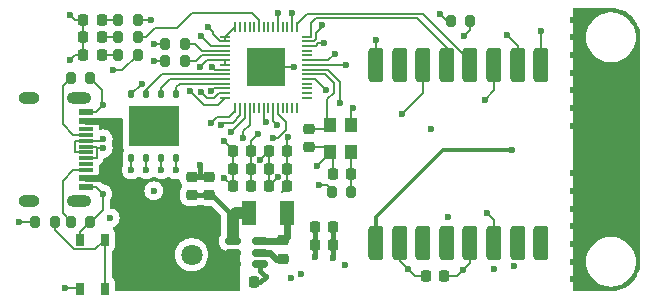
<source format=gtl>
G04 #@! TF.GenerationSoftware,KiCad,Pcbnew,8.0.5-dirty*
G04 #@! TF.CreationDate,2024-10-08T17:02:33+11:00*
G04 #@! TF.ProjectId,kestral,6b657374-7261-46c2-9e6b-696361645f70,rev?*
G04 #@! TF.SameCoordinates,Original*
G04 #@! TF.FileFunction,Copper,L1,Top*
G04 #@! TF.FilePolarity,Positive*
%FSLAX46Y46*%
G04 Gerber Fmt 4.6, Leading zero omitted, Abs format (unit mm)*
G04 Created by KiCad (PCBNEW 8.0.5-dirty) date 2024-10-08 17:02:33*
%MOMM*%
%LPD*%
G01*
G04 APERTURE LIST*
G04 Aperture macros list*
%AMRoundRect*
0 Rectangle with rounded corners*
0 $1 Rounding radius*
0 $2 $3 $4 $5 $6 $7 $8 $9 X,Y pos of 4 corners*
0 Add a 4 corners polygon primitive as box body*
4,1,4,$2,$3,$4,$5,$6,$7,$8,$9,$2,$3,0*
0 Add four circle primitives for the rounded corners*
1,1,$1+$1,$2,$3*
1,1,$1+$1,$4,$5*
1,1,$1+$1,$6,$7*
1,1,$1+$1,$8,$9*
0 Add four rect primitives between the rounded corners*
20,1,$1+$1,$2,$3,$4,$5,0*
20,1,$1+$1,$4,$5,$6,$7,0*
20,1,$1+$1,$6,$7,$8,$9,0*
20,1,$1+$1,$8,$9,$2,$3,0*%
G04 Aperture macros list end*
G04 #@! TA.AperFunction,SMDPad,CuDef*
%ADD10RoundRect,0.225000X0.225000X0.250000X-0.225000X0.250000X-0.225000X-0.250000X0.225000X-0.250000X0*%
G04 #@! TD*
G04 #@! TA.AperFunction,SMDPad,CuDef*
%ADD11RoundRect,0.125000X0.125000X-0.250000X0.125000X0.250000X-0.125000X0.250000X-0.125000X-0.250000X0*%
G04 #@! TD*
G04 #@! TA.AperFunction,HeatsinkPad*
%ADD12R,4.300000X3.400000*%
G04 #@! TD*
G04 #@! TA.AperFunction,SMDPad,CuDef*
%ADD13RoundRect,0.317500X-0.317500X1.157500X-0.317500X-1.157500X0.317500X-1.157500X0.317500X1.157500X0*%
G04 #@! TD*
G04 #@! TA.AperFunction,SMDPad,CuDef*
%ADD14RoundRect,0.225000X-0.250000X0.225000X-0.250000X-0.225000X0.250000X-0.225000X0.250000X0.225000X0*%
G04 #@! TD*
G04 #@! TA.AperFunction,SMDPad,CuDef*
%ADD15R,1.240000X0.600000*%
G04 #@! TD*
G04 #@! TA.AperFunction,SMDPad,CuDef*
%ADD16R,1.240000X0.300000*%
G04 #@! TD*
G04 #@! TA.AperFunction,ComponentPad*
%ADD17O,2.100000X1.000000*%
G04 #@! TD*
G04 #@! TA.AperFunction,ComponentPad*
%ADD18O,1.800000X1.000000*%
G04 #@! TD*
G04 #@! TA.AperFunction,SMDPad,CuDef*
%ADD19RoundRect,0.225000X0.250000X-0.225000X0.250000X0.225000X-0.250000X0.225000X-0.250000X-0.225000X0*%
G04 #@! TD*
G04 #@! TA.AperFunction,SMDPad,CuDef*
%ADD20RoundRect,0.050000X0.050000X-0.387500X0.050000X0.387500X-0.050000X0.387500X-0.050000X-0.387500X0*%
G04 #@! TD*
G04 #@! TA.AperFunction,SMDPad,CuDef*
%ADD21RoundRect,0.050000X0.387500X-0.050000X0.387500X0.050000X-0.387500X0.050000X-0.387500X-0.050000X0*%
G04 #@! TD*
G04 #@! TA.AperFunction,HeatsinkPad*
%ADD22R,3.200000X3.200000*%
G04 #@! TD*
G04 #@! TA.AperFunction,SMDPad,CuDef*
%ADD23RoundRect,0.200000X0.200000X0.275000X-0.200000X0.275000X-0.200000X-0.275000X0.200000X-0.275000X0*%
G04 #@! TD*
G04 #@! TA.AperFunction,SMDPad,CuDef*
%ADD24RoundRect,0.225000X-0.225000X-0.250000X0.225000X-0.250000X0.225000X0.250000X-0.225000X0.250000X0*%
G04 #@! TD*
G04 #@! TA.AperFunction,SMDPad,CuDef*
%ADD25RoundRect,0.218750X-0.218750X-0.256250X0.218750X-0.256250X0.218750X0.256250X-0.218750X0.256250X0*%
G04 #@! TD*
G04 #@! TA.AperFunction,ComponentPad*
%ADD26C,1.803400*%
G04 #@! TD*
G04 #@! TA.AperFunction,SMDPad,CuDef*
%ADD27RoundRect,0.150000X-0.512500X-0.150000X0.512500X-0.150000X0.512500X0.150000X-0.512500X0.150000X0*%
G04 #@! TD*
G04 #@! TA.AperFunction,SMDPad,CuDef*
%ADD28R,1.100000X1.300000*%
G04 #@! TD*
G04 #@! TA.AperFunction,SMDPad,CuDef*
%ADD29RoundRect,0.200000X-0.200000X-0.275000X0.200000X-0.275000X0.200000X0.275000X-0.200000X0.275000X0*%
G04 #@! TD*
G04 #@! TA.AperFunction,SMDPad,CuDef*
%ADD30R,0.650000X1.050000*%
G04 #@! TD*
G04 #@! TA.AperFunction,SMDPad,CuDef*
%ADD31R,1.200000X2.000000*%
G04 #@! TD*
G04 #@! TA.AperFunction,SMDPad,CuDef*
%ADD32R,5.080000X1.500000*%
G04 #@! TD*
G04 #@! TA.AperFunction,ViaPad*
%ADD33C,0.600000*%
G04 #@! TD*
G04 #@! TA.AperFunction,Conductor*
%ADD34C,0.600000*%
G04 #@! TD*
G04 #@! TA.AperFunction,Conductor*
%ADD35C,0.200000*%
G04 #@! TD*
G04 #@! TA.AperFunction,Conductor*
%ADD36C,0.400000*%
G04 #@! TD*
G04 #@! TA.AperFunction,Conductor*
%ADD37C,0.356000*%
G04 #@! TD*
G04 #@! TA.AperFunction,Conductor*
%ADD38C,1.000000*%
G04 #@! TD*
G04 APERTURE END LIST*
D10*
X130005000Y-114550000D03*
X128455000Y-114550000D03*
D11*
X111400000Y-113220000D03*
X112670000Y-113220000D03*
X113940000Y-113220000D03*
X115210000Y-113220000D03*
X115210000Y-107820000D03*
X113940000Y-107820000D03*
X112670000Y-107820000D03*
X111400000Y-107820000D03*
D12*
X113305000Y-110520000D03*
D10*
X124600000Y-114115000D03*
X123050000Y-114115000D03*
D13*
X146100000Y-105375000D03*
X144100000Y-105375000D03*
X142100000Y-105375000D03*
X140100000Y-105375000D03*
X138100000Y-105375000D03*
X136100000Y-105375000D03*
X134100000Y-105375000D03*
X132100000Y-105375000D03*
X132100000Y-120425000D03*
X134100000Y-120425000D03*
X136100000Y-120425000D03*
X138100000Y-120425000D03*
X140100000Y-120425000D03*
X142100000Y-120425000D03*
X144100000Y-120425000D03*
X146100000Y-120425000D03*
D14*
X116500000Y-114800000D03*
X116500000Y-116350000D03*
D15*
X107525000Y-109300000D03*
X107525000Y-110100000D03*
D16*
X107525000Y-111250000D03*
X107525000Y-112250000D03*
X107525000Y-112750000D03*
X107525000Y-113750000D03*
D15*
X107525000Y-114900000D03*
X107525000Y-115700000D03*
X107525000Y-115700000D03*
X107525000Y-114900000D03*
D16*
X107525000Y-114250000D03*
X107525000Y-113250000D03*
X107525000Y-111750000D03*
X107525000Y-110750000D03*
D15*
X107525000Y-110100000D03*
X107525000Y-109300000D03*
D17*
X106925000Y-108180000D03*
D18*
X102725000Y-108180000D03*
D17*
X106925000Y-116820000D03*
D18*
X102725000Y-116820000D03*
D19*
X124262500Y-121750000D03*
X124262500Y-120200000D03*
D20*
X120200000Y-108970000D03*
X120600000Y-108970000D03*
X121000000Y-108970000D03*
X121400000Y-108970000D03*
X121800000Y-108970000D03*
X122200000Y-108970000D03*
X122600000Y-108970000D03*
X123000000Y-108970000D03*
X123400000Y-108970000D03*
X123800000Y-108970000D03*
X124200000Y-108970000D03*
X124600000Y-108970000D03*
X125000000Y-108970000D03*
X125400000Y-108970000D03*
D21*
X126237500Y-108132500D03*
X126237500Y-107732500D03*
X126237500Y-107332500D03*
X126237500Y-106932500D03*
X126237500Y-106532500D03*
X126237500Y-106132500D03*
X126237500Y-105732500D03*
X126237500Y-105332500D03*
X126237500Y-104932500D03*
X126237500Y-104532500D03*
X126237500Y-104132500D03*
X126237500Y-103732500D03*
X126237500Y-103332500D03*
X126237500Y-102932500D03*
D20*
X125400000Y-102095000D03*
X125000000Y-102095000D03*
X124600000Y-102095000D03*
X124200000Y-102095000D03*
X123800000Y-102095000D03*
X123400000Y-102095000D03*
X123000000Y-102095000D03*
X122600000Y-102095000D03*
X122200000Y-102095000D03*
X121800000Y-102095000D03*
X121400000Y-102095000D03*
X121000000Y-102095000D03*
X120600000Y-102095000D03*
X120200000Y-102095000D03*
D21*
X119362500Y-102932500D03*
X119362500Y-103332500D03*
X119362500Y-103732500D03*
X119362500Y-104132500D03*
X119362500Y-104532500D03*
X119362500Y-104932500D03*
X119362500Y-105332500D03*
X119362500Y-105732500D03*
X119362500Y-106132500D03*
X119362500Y-106532500D03*
X119362500Y-106932500D03*
X119362500Y-107332500D03*
X119362500Y-107732500D03*
X119362500Y-108132500D03*
D22*
X122800000Y-105532500D03*
D23*
X111925000Y-101500000D03*
X110275000Y-101500000D03*
D24*
X126925000Y-120600000D03*
X128475000Y-120600000D03*
D10*
X121550000Y-112630000D03*
X120000000Y-112630000D03*
D25*
X107325000Y-101500000D03*
X108900000Y-101500000D03*
D26*
X112689999Y-121400000D03*
X116500000Y-121400000D03*
D27*
X119987500Y-120275000D03*
X119987500Y-121225000D03*
X119987500Y-122175000D03*
X122262500Y-122175000D03*
X122262500Y-121225000D03*
X122262500Y-120275000D03*
D14*
X118010000Y-114800000D03*
X118010000Y-116350000D03*
D10*
X124600000Y-115615000D03*
X123050000Y-115615000D03*
X137875000Y-123200000D03*
X136325000Y-123200000D03*
D28*
X128200000Y-110400000D03*
X128200000Y-112700000D03*
X130000000Y-112700000D03*
X130000000Y-110400000D03*
D29*
X106275000Y-118600000D03*
X107925000Y-118600000D03*
D10*
X124600000Y-112615000D03*
X123050000Y-112615000D03*
D23*
X111925000Y-104500000D03*
X110275000Y-104500000D03*
D29*
X128350000Y-116100000D03*
X130000000Y-116100000D03*
D24*
X120187500Y-123725000D03*
X121737500Y-123725000D03*
D29*
X114275000Y-103532500D03*
X115925000Y-103532500D03*
D30*
X107025000Y-124275000D03*
X107025000Y-120125000D03*
X109175000Y-124275000D03*
X109175000Y-120125000D03*
D29*
X138450000Y-101600000D03*
X140100000Y-101600000D03*
X106275000Y-106420000D03*
X107925000Y-106420000D03*
D14*
X126455000Y-110750000D03*
X126455000Y-112300000D03*
D31*
X124562500Y-117875000D03*
X121362500Y-117875000D03*
D10*
X121550000Y-115630000D03*
X120000000Y-115630000D03*
D29*
X114275000Y-105032500D03*
X115925000Y-105032500D03*
D23*
X111925000Y-103000000D03*
X110275000Y-103000000D03*
D24*
X126925000Y-119100000D03*
X128475000Y-119100000D03*
D25*
X107325000Y-104500000D03*
X108900000Y-104500000D03*
D10*
X121550000Y-114120000D03*
X120000000Y-114120000D03*
D25*
X107325000Y-103000000D03*
X108900000Y-103000000D03*
D29*
X103250000Y-118600000D03*
X104900000Y-118600000D03*
D32*
X151937500Y-108250000D03*
X151937500Y-116750000D03*
D33*
X128475000Y-121700000D03*
X119200000Y-111820000D03*
X119200000Y-114900000D03*
X148750000Y-110500000D03*
X115205000Y-114232500D03*
X148750000Y-109000000D03*
X148750000Y-117500000D03*
X130200000Y-109000000D03*
X146100000Y-102500000D03*
X148750000Y-107500000D03*
X108975000Y-116250000D03*
X138200000Y-118200000D03*
X148750000Y-120500000D03*
X134850000Y-122650000D03*
X106200000Y-101100000D03*
X105800000Y-124200000D03*
X148750000Y-123500000D03*
X148750000Y-116000000D03*
X122762500Y-123275000D03*
X148750000Y-106000000D03*
X148750000Y-104500000D03*
X127912500Y-107482500D03*
X106200000Y-104900000D03*
X117210000Y-113800000D03*
X148750000Y-122000000D03*
X108975000Y-108750000D03*
X123795634Y-114802885D03*
X132100000Y-103200000D03*
X127100000Y-113900000D03*
X122318488Y-113384315D03*
X148750000Y-119000000D03*
X148750000Y-114500000D03*
X125150000Y-105532500D03*
X148750000Y-101500000D03*
X148750000Y-103000000D03*
X143600000Y-112500000D03*
X109000000Y-112400000D03*
X113355000Y-105032500D03*
X109000000Y-111599997D03*
X113355000Y-103532500D03*
X141500000Y-117900000D03*
X122800000Y-110200000D03*
X123700000Y-110400000D03*
X134300000Y-109500000D03*
X143200000Y-102800000D03*
X127500000Y-102000000D03*
X119987500Y-118125000D03*
X112265000Y-106932500D03*
X119987500Y-119525000D03*
X109800000Y-105800000D03*
X137500000Y-101000000D03*
X119987500Y-118825000D03*
X129562500Y-105332500D03*
X117900000Y-102132500D03*
X127700000Y-103500000D03*
X126925000Y-121575000D03*
X123400000Y-111500000D03*
X123800000Y-100982500D03*
X139487500Y-122687500D03*
X117223131Y-105532500D03*
X122100000Y-111200000D03*
X118124265Y-110224265D03*
X141300000Y-108300000D03*
X125000000Y-100982500D03*
X117300000Y-102900000D03*
X124700000Y-111420000D03*
X128600000Y-104400000D03*
X118251472Y-105532500D03*
X129100000Y-108600000D03*
X127300000Y-115500000D03*
X119800000Y-111000000D03*
X142100000Y-122600000D03*
X125800000Y-123000000D03*
X139600000Y-102900000D03*
X136750000Y-110750000D03*
X120883750Y-111516250D03*
X143800000Y-122400000D03*
X124900000Y-123400000D03*
X119000000Y-110400000D03*
X112670000Y-114220000D03*
X117278765Y-107628735D03*
X118180113Y-107532500D03*
X113940000Y-114220000D03*
X111375000Y-114230000D03*
X116382528Y-107532500D03*
X109600000Y-118300000D03*
X101900000Y-118600000D03*
X129500000Y-122300000D03*
X113300000Y-116000000D03*
X113100000Y-101500000D03*
D34*
X107525000Y-114900000D02*
X109100000Y-114900000D01*
X107525000Y-110100000D02*
X108800000Y-110100000D01*
D35*
X107950000Y-118620000D02*
X108975000Y-117595000D01*
X108925000Y-107420000D02*
X108925000Y-108700000D01*
X108975000Y-117595000D02*
X108975000Y-116250000D01*
X108425000Y-115700000D02*
X107525000Y-115700000D01*
X119300000Y-111875000D02*
X120000000Y-112575000D01*
X128200000Y-112700000D02*
X128200000Y-112800000D01*
X108925000Y-108700000D02*
X108975000Y-108750000D01*
X126962500Y-106532500D02*
X126237500Y-106532500D01*
X122800000Y-105532500D02*
X125150000Y-105532500D01*
D36*
X122262500Y-122175000D02*
X122262500Y-122775000D01*
X128475000Y-121700000D02*
X128475000Y-120600000D01*
D35*
X127905000Y-112300000D02*
X126455000Y-112300000D01*
D36*
X122262500Y-122775000D02*
X122762500Y-123275000D01*
D35*
X130000000Y-109200000D02*
X130200000Y-109000000D01*
X134100000Y-121900000D02*
X134850000Y-122650000D01*
X128200000Y-112800000D02*
X127100000Y-113900000D01*
X135400000Y-123200000D02*
X136325000Y-123200000D01*
D36*
X117210000Y-114800000D02*
X117210000Y-113800000D01*
D35*
X123050000Y-115548519D02*
X123050000Y-115615000D01*
X119270000Y-114900000D02*
X119200000Y-114900000D01*
D36*
X122762500Y-123275000D02*
X122312500Y-123725000D01*
D35*
X106600000Y-101500000D02*
X107325000Y-101500000D01*
D36*
X117210000Y-114800000D02*
X116500000Y-114800000D01*
D35*
X107325000Y-103000000D02*
X107325000Y-104500000D01*
X107325000Y-101500000D02*
X107325000Y-103000000D01*
X107525000Y-109300000D02*
X108425000Y-109300000D01*
X134850000Y-122650000D02*
X135400000Y-123200000D01*
X106200000Y-104900000D02*
X106600000Y-104500000D01*
X107025000Y-119500000D02*
X107925000Y-118600000D01*
X107025000Y-120125000D02*
X107025000Y-119500000D01*
X123050000Y-112615000D02*
X123050000Y-114115000D01*
X127912500Y-107482500D02*
X126962500Y-106532500D01*
X108975000Y-116250000D02*
X108425000Y-115700000D01*
X128455000Y-114550000D02*
X128455000Y-112850000D01*
X120000000Y-112575000D02*
X120000000Y-112630000D01*
X105800000Y-124200000D02*
X106950000Y-124200000D01*
X130000000Y-110400000D02*
X130000000Y-109200000D01*
X146100000Y-105375000D02*
X146100000Y-102500000D01*
X122318488Y-113384315D02*
X123050000Y-112652803D01*
D36*
X118010000Y-114800000D02*
X117210000Y-114800000D01*
D35*
X123795634Y-114802885D02*
X123050000Y-115548519D01*
X123050000Y-112652803D02*
X123050000Y-112615000D01*
X107925000Y-106420000D02*
X108925000Y-107420000D01*
X108425000Y-109300000D02*
X108975000Y-108750000D01*
X106200000Y-101100000D02*
X106600000Y-101500000D01*
D36*
X128475000Y-119100000D02*
X128475000Y-120600000D01*
D35*
X120000000Y-115630000D02*
X120000000Y-114120000D01*
X123050000Y-112615000D02*
X123050000Y-115615000D01*
X120000000Y-112630000D02*
X120000000Y-114120000D01*
X134100000Y-120425000D02*
X134100000Y-121900000D01*
X132100000Y-103200000D02*
X132100000Y-105375000D01*
X120000000Y-115630000D02*
X119270000Y-114900000D01*
D36*
X122312500Y-123725000D02*
X121737500Y-123725000D01*
D35*
X115205000Y-114232500D02*
X115205000Y-113495000D01*
X106950000Y-124200000D02*
X107025000Y-124275000D01*
X128455000Y-112850000D02*
X128305000Y-112700000D01*
X106600000Y-104500000D02*
X107325000Y-104500000D01*
X128305000Y-112700000D02*
X127905000Y-112300000D01*
D37*
X137800000Y-112500000D02*
X132100000Y-118200000D01*
X132100000Y-118200000D02*
X132100000Y-120425000D01*
X143600000Y-112500000D02*
X137800000Y-112500000D01*
D35*
X106455000Y-111250000D02*
X107525000Y-111250000D01*
X105575000Y-107120000D02*
X105575000Y-110370000D01*
X105575000Y-110370000D02*
X106455000Y-111250000D01*
X106275000Y-106420000D02*
X105575000Y-107120000D01*
X108445000Y-113000000D02*
X108445000Y-113200000D01*
X108445000Y-112720000D02*
X108445000Y-113000000D01*
X107525000Y-112250000D02*
X108395000Y-112250000D01*
X108445000Y-112300000D02*
X108445000Y-112720000D01*
X108545000Y-112400000D02*
X108422500Y-112277500D01*
X108422500Y-112277500D02*
X108445000Y-112300000D01*
X108395000Y-113250000D02*
X107525000Y-113250000D01*
X108395000Y-112250000D02*
X108422500Y-112277500D01*
X109000000Y-112400000D02*
X108545000Y-112400000D01*
X108445000Y-113200000D02*
X108395000Y-113250000D01*
X113355000Y-105032500D02*
X114275000Y-105032500D01*
X106605000Y-112700000D02*
X106655000Y-112750000D01*
X107525000Y-111750000D02*
X106655000Y-111750000D01*
X106655000Y-111750000D02*
X106605000Y-111800000D01*
X113355000Y-103532500D02*
X114275000Y-103532500D01*
X106605000Y-111800000D02*
X106605000Y-112700000D01*
X106655000Y-112750000D02*
X107525000Y-112750000D01*
X109000000Y-111599997D02*
X108849997Y-111750000D01*
X108849997Y-111750000D02*
X107525000Y-111750000D01*
X106300000Y-118620000D02*
X105575000Y-117895000D01*
X105575000Y-115170000D02*
X106495000Y-114250000D01*
X105575000Y-117895000D02*
X105575000Y-115170000D01*
X106495000Y-114250000D02*
X107525000Y-114250000D01*
X122600000Y-110000000D02*
X122800000Y-110200000D01*
X122600000Y-108970000D02*
X122600000Y-110000000D01*
X142100000Y-118500000D02*
X142100000Y-120425000D01*
X141500000Y-117900000D02*
X142100000Y-118500000D01*
X140100000Y-105026722D02*
X136073278Y-101000000D01*
X126282500Y-101000000D02*
X125400000Y-101882500D01*
X140100000Y-105375000D02*
X140100000Y-105026722D01*
X136073278Y-101000000D02*
X126282500Y-101000000D01*
X125400000Y-101882500D02*
X125400000Y-101932500D01*
X123400000Y-108970000D02*
X123400000Y-110100000D01*
X134300000Y-109500000D02*
X136100000Y-107700000D01*
X136100000Y-107700000D02*
X136100000Y-105375000D01*
X123400000Y-110100000D02*
X123700000Y-110400000D01*
X138100000Y-103900000D02*
X138100000Y-105375000D01*
X126600000Y-102832500D02*
X126600000Y-101800000D01*
X126500000Y-102932500D02*
X126600000Y-102832500D01*
X135600000Y-101400000D02*
X138100000Y-103900000D01*
X126600000Y-101800000D02*
X127000000Y-101400000D01*
X127000000Y-101400000D02*
X135600000Y-101400000D01*
X126300000Y-102932500D02*
X126500000Y-102932500D01*
X144100000Y-103700000D02*
X144100000Y-105375000D01*
X127000000Y-103166360D02*
X127000000Y-102632500D01*
X127000000Y-102632500D02*
X127500000Y-102132500D01*
X126300000Y-103332500D02*
X126833860Y-103332500D01*
X143200000Y-102800000D02*
X144100000Y-103700000D01*
X126833860Y-103332500D02*
X127000000Y-103166360D01*
X123400000Y-111500000D02*
X123771471Y-111500000D01*
X138100000Y-101600000D02*
X137500000Y-101000000D01*
X119362500Y-103332500D02*
X118900000Y-103332500D01*
X118124265Y-110224265D02*
X118616030Y-109732500D01*
D36*
X116500000Y-116350000D02*
X118010000Y-116350000D01*
D35*
X124451471Y-110155331D02*
X123800000Y-109503860D01*
X117223131Y-105532500D02*
X117823131Y-104932500D01*
D38*
X119987500Y-118825000D02*
X119987500Y-118125000D01*
D35*
X110625000Y-105800000D02*
X109800000Y-105800000D01*
X118287500Y-102520000D02*
X117900000Y-102132500D01*
X119700000Y-109732500D02*
X120200000Y-109232500D01*
X117823131Y-104932500D02*
X119362500Y-104932500D01*
X121550000Y-114120000D02*
X121550000Y-115630000D01*
X138450000Y-101600000D02*
X138100000Y-101600000D01*
X126999546Y-103732500D02*
X126300000Y-103732500D01*
X121550000Y-112630000D02*
X121550000Y-112625000D01*
D38*
X120237500Y-117875000D02*
X119987500Y-118125000D01*
D36*
X118212500Y-116350000D02*
X119987500Y-118125000D01*
D35*
X127700000Y-103500000D02*
X127232046Y-103500000D01*
X140100000Y-122075000D02*
X140100000Y-120425000D01*
X122100000Y-111200000D02*
X121550000Y-111750000D01*
X123800000Y-109503860D02*
X123800000Y-108970000D01*
X123800000Y-100982500D02*
X123800000Y-102095000D01*
X112265000Y-106955000D02*
X112265000Y-106932500D01*
D36*
X119987500Y-118125000D02*
X119987500Y-118450000D01*
D35*
X127232046Y-103500000D02*
X126999546Y-103732500D01*
X124451471Y-110820000D02*
X124451471Y-110155331D01*
D36*
X126925000Y-119100000D02*
X126925000Y-120600000D01*
X118010000Y-116350000D02*
X118212500Y-116350000D01*
D35*
X119362500Y-103332500D02*
X119362500Y-102932500D01*
X121550000Y-112630000D02*
X121550000Y-114120000D01*
X126300000Y-105332500D02*
X129562500Y-105332500D01*
X118287500Y-102720000D02*
X118287500Y-102520000D01*
D38*
X119987500Y-119825000D02*
X119987500Y-119525000D01*
D35*
X111400000Y-107820000D02*
X112265000Y-106955000D01*
D38*
X121362500Y-117875000D02*
X120237500Y-117875000D01*
D35*
X120200000Y-109232500D02*
X120200000Y-109132500D01*
X121550000Y-111750000D02*
X121550000Y-112630000D01*
X119362500Y-105332500D02*
X119362500Y-104932500D01*
X138975000Y-123200000D02*
X140100000Y-122075000D01*
X118616030Y-109732500D02*
X119700000Y-109732500D01*
X123771471Y-111500000D02*
X124451471Y-110820000D01*
D38*
X119987500Y-119525000D02*
X119987500Y-118825000D01*
D35*
X118900000Y-103332500D02*
X118287500Y-102720000D01*
D36*
X126925000Y-121575000D02*
X126925000Y-120600000D01*
D35*
X137875000Y-123200000D02*
X138975000Y-123200000D01*
X119362500Y-102932500D02*
X120200000Y-102095000D01*
X111925000Y-104500000D02*
X110625000Y-105800000D01*
X142100000Y-105375000D02*
X142100000Y-107500000D01*
X125000000Y-100982500D02*
X125000000Y-102095000D01*
X142100000Y-107500000D02*
X141300000Y-108300000D01*
X115210000Y-107210000D02*
X115487500Y-106932500D01*
X115210000Y-107820000D02*
X115210000Y-107210000D01*
X115487500Y-106932500D02*
X119300000Y-106932500D01*
X117400000Y-104132500D02*
X119362500Y-104132500D01*
X116800000Y-103532500D02*
X117400000Y-104132500D01*
X115925000Y-103532500D02*
X116800000Y-103532500D01*
X124600000Y-112615000D02*
X124600000Y-111520000D01*
X124600000Y-115615000D02*
X124600000Y-114115000D01*
X118251472Y-105532500D02*
X118451472Y-105732500D01*
X128600000Y-104400000D02*
X128067500Y-104932500D01*
X118451472Y-105732500D02*
X119300000Y-105732500D01*
X118132500Y-103732500D02*
X119362500Y-103732500D01*
X124600000Y-114115000D02*
X124600000Y-112615000D01*
X128067500Y-104932500D02*
X126300000Y-104932500D01*
X124600000Y-115615000D02*
X124150000Y-116065000D01*
X124600000Y-111520000D02*
X124700000Y-111420000D01*
X117300000Y-102900000D02*
X118132500Y-103732500D01*
X129100000Y-108600000D02*
X129100000Y-106800000D01*
X128032500Y-105732500D02*
X126237500Y-105732500D01*
X127971304Y-115500000D02*
X127300000Y-115500000D01*
X128350000Y-116100000D02*
X128350000Y-115878696D01*
X127300000Y-115500000D02*
X127200000Y-115500000D01*
X129100000Y-106800000D02*
X128032500Y-105732500D01*
X128350000Y-115878696D02*
X127971304Y-115500000D01*
X113940000Y-107280000D02*
X114687500Y-106532500D01*
X113940000Y-107820000D02*
X113940000Y-107280000D01*
X114687500Y-106532500D02*
X119300000Y-106532500D01*
X121000000Y-109800000D02*
X121000000Y-108970000D01*
X119800000Y-111000000D02*
X121000000Y-109800000D01*
X120883750Y-111516250D02*
X120883750Y-110917205D01*
X140100000Y-101600000D02*
X140100000Y-102400000D01*
X120883750Y-110917205D02*
X121400000Y-110400955D01*
X121400000Y-110400955D02*
X121400000Y-108970000D01*
X140100000Y-102400000D02*
X139600000Y-102900000D01*
X119967500Y-110232500D02*
X120600000Y-109600000D01*
X120600000Y-109600000D02*
X120600000Y-109432500D01*
X119167500Y-110232500D02*
X119967500Y-110232500D01*
X119000000Y-110400000D02*
X119167500Y-110232500D01*
X112600000Y-103000000D02*
X113400000Y-102200000D01*
X115300000Y-102200000D02*
X116517500Y-100982500D01*
X116517500Y-100982500D02*
X121600000Y-100982500D01*
X113400000Y-102200000D02*
X115300000Y-102200000D01*
X122200000Y-101561140D02*
X121621360Y-100982500D01*
X121621360Y-100982500D02*
X121600000Y-100982500D01*
X122200000Y-102095000D02*
X122200000Y-101561140D01*
X111925000Y-103000000D02*
X112600000Y-103000000D01*
X116891470Y-105032500D02*
X117391470Y-104532500D01*
X116225000Y-105032500D02*
X116891470Y-105032500D01*
X117391470Y-104532500D02*
X119362500Y-104532500D01*
X117782530Y-108132500D02*
X118428640Y-108132500D01*
X118828640Y-107732500D02*
X119243750Y-107732500D01*
X117278765Y-107628735D02*
X117782530Y-108132500D01*
X118428640Y-108132500D02*
X118828640Y-107732500D01*
X112670000Y-114220000D02*
X112670000Y-113220000D01*
X128000000Y-110705000D02*
X128000000Y-108243529D01*
X127812500Y-106132500D02*
X126237500Y-106132500D01*
X127955000Y-110750000D02*
X128000000Y-110705000D01*
X128512500Y-107731029D02*
X128512500Y-106832500D01*
X128512500Y-106832500D02*
X127812500Y-106132500D01*
X126455000Y-110750000D02*
X127955000Y-110750000D01*
X128000000Y-108243529D02*
X128512500Y-107731029D01*
X113940000Y-114220000D02*
X113940000Y-113220000D01*
X118180113Y-107532500D02*
X118380113Y-107332500D01*
X118380113Y-107332500D02*
X119300000Y-107332500D01*
X117534002Y-108732500D02*
X118700000Y-108732500D01*
X118700000Y-108732500D02*
X119300000Y-108132500D01*
X116382528Y-107581026D02*
X117534002Y-108732500D01*
X101900000Y-118600000D02*
X103250000Y-118600000D01*
X116382528Y-107532500D02*
X116382528Y-107581026D01*
X111375000Y-114230000D02*
X111375000Y-113235000D01*
X113987500Y-106132500D02*
X119300000Y-106132500D01*
X112670000Y-107450000D02*
X113987500Y-106132500D01*
X112670000Y-107820000D02*
X112670000Y-107450000D01*
D34*
X122262500Y-121225000D02*
X123112500Y-121225000D01*
X123112500Y-121225000D02*
X123637500Y-121750000D01*
X123637500Y-121750000D02*
X124262500Y-121750000D01*
X122262500Y-120275000D02*
X124187500Y-120275000D01*
X124562500Y-119900000D02*
X124562500Y-118475000D01*
D36*
X124187500Y-120275000D02*
X124262500Y-120200000D01*
D34*
X124262500Y-120200000D02*
X124562500Y-119900000D01*
D35*
X110275000Y-104500000D02*
X108900000Y-104500000D01*
X110275000Y-103000000D02*
X108900000Y-103000000D01*
X110275000Y-101500000D02*
X108900000Y-101500000D01*
X113100000Y-101500000D02*
X111925000Y-101500000D01*
X109175000Y-124275000D02*
X109175000Y-120125000D01*
X108350000Y-120950000D02*
X106550000Y-120950000D01*
X109175000Y-120125000D02*
X108350000Y-120950000D01*
X106550000Y-120950000D02*
X104900000Y-119300000D01*
X104900000Y-119300000D02*
X104900000Y-118600000D01*
X130000000Y-114545000D02*
X130005000Y-114550000D01*
X130000000Y-112700000D02*
X130000000Y-114545000D01*
X130000000Y-116100000D02*
X130000000Y-114555000D01*
X130000000Y-114555000D02*
X130005000Y-114550000D01*
G04 #@! TA.AperFunction,Conductor*
G36*
X110597539Y-109819685D02*
G01*
X110643294Y-109872489D01*
X110654500Y-109924000D01*
X110654500Y-112267870D01*
X110654501Y-112267876D01*
X110660908Y-112327483D01*
X110711202Y-112462328D01*
X110711203Y-112462329D01*
X110711204Y-112462331D01*
X110738348Y-112498591D01*
X110738349Y-112498592D01*
X110762766Y-112564056D01*
X110747915Y-112632329D01*
X110745814Y-112636023D01*
X110696384Y-112719605D01*
X110696380Y-112719614D01*
X110652292Y-112871366D01*
X110652290Y-112871379D01*
X110649500Y-112906829D01*
X110649500Y-113533150D01*
X110649501Y-113533175D01*
X110652290Y-113568624D01*
X110697745Y-113725082D01*
X110697545Y-113794951D01*
X110683663Y-113825646D01*
X110649209Y-113880480D01*
X110589633Y-114050737D01*
X110589630Y-114050750D01*
X110569435Y-114229996D01*
X110569435Y-114230003D01*
X110589630Y-114409249D01*
X110589631Y-114409254D01*
X110649211Y-114579523D01*
X110688679Y-114642335D01*
X110745184Y-114732262D01*
X110872738Y-114859816D01*
X110943037Y-114903988D01*
X111009561Y-114945788D01*
X111025478Y-114955789D01*
X111195745Y-115015368D01*
X111195750Y-115015369D01*
X111374996Y-115035565D01*
X111375000Y-115035565D01*
X111375004Y-115035565D01*
X111554249Y-115015369D01*
X111554252Y-115015368D01*
X111554255Y-115015368D01*
X111724522Y-114955789D01*
X111877262Y-114859816D01*
X111939819Y-114797259D01*
X112001142Y-114763774D01*
X112070834Y-114768758D01*
X112115181Y-114797259D01*
X112167738Y-114849816D01*
X112320478Y-114945789D01*
X112473309Y-114999267D01*
X112490745Y-115005368D01*
X112490750Y-115005369D01*
X112669996Y-115025565D01*
X112670000Y-115025565D01*
X112670004Y-115025565D01*
X112849249Y-115005369D01*
X112849252Y-115005368D01*
X112849255Y-115005368D01*
X113019522Y-114945789D01*
X113172262Y-114849816D01*
X113217319Y-114804759D01*
X113278642Y-114771274D01*
X113348334Y-114776258D01*
X113392681Y-114804759D01*
X113437738Y-114849816D01*
X113590478Y-114945789D01*
X113743309Y-114999267D01*
X113760745Y-115005368D01*
X113760750Y-115005369D01*
X113939996Y-115025565D01*
X113940000Y-115025565D01*
X113940004Y-115025565D01*
X114119249Y-115005369D01*
X114119252Y-115005368D01*
X114119255Y-115005368D01*
X114289522Y-114945789D01*
X114442262Y-114849816D01*
X114478568Y-114813509D01*
X114539889Y-114780024D01*
X114609581Y-114785008D01*
X114653929Y-114813508D01*
X114684218Y-114843796D01*
X114702738Y-114862316D01*
X114753308Y-114894091D01*
X114852159Y-114956204D01*
X114855478Y-114958289D01*
X114990022Y-115005368D01*
X115025745Y-115017868D01*
X115025750Y-115017869D01*
X115204996Y-115038065D01*
X115205000Y-115038065D01*
X115205004Y-115038065D01*
X115391176Y-115017089D01*
X115391484Y-115019826D01*
X115448732Y-115023299D01*
X115505115Y-115064563D01*
X115530016Y-115127340D01*
X115534651Y-115172708D01*
X115534651Y-115172710D01*
X115587996Y-115333694D01*
X115588001Y-115333705D01*
X115677029Y-115478040D01*
X115677032Y-115478044D01*
X115686307Y-115487319D01*
X115719792Y-115548642D01*
X115714808Y-115618334D01*
X115686307Y-115662681D01*
X115677032Y-115671955D01*
X115677029Y-115671959D01*
X115588001Y-115816294D01*
X115587996Y-115816305D01*
X115534651Y-115977290D01*
X115524500Y-116076647D01*
X115524500Y-116623337D01*
X115524501Y-116623355D01*
X115534650Y-116722707D01*
X115534651Y-116722710D01*
X115587996Y-116883694D01*
X115588001Y-116883705D01*
X115677029Y-117028040D01*
X115677032Y-117028044D01*
X115796955Y-117147967D01*
X115796959Y-117147970D01*
X115941294Y-117236998D01*
X115941297Y-117236999D01*
X115941303Y-117237003D01*
X116102292Y-117290349D01*
X116201655Y-117300500D01*
X116798344Y-117300499D01*
X116798352Y-117300498D01*
X116798355Y-117300498D01*
X116862877Y-117293907D01*
X116897708Y-117290349D01*
X117058697Y-117237003D01*
X117074752Y-117227099D01*
X117189903Y-117156074D01*
X117257295Y-117137633D01*
X117320097Y-117156074D01*
X117451294Y-117236998D01*
X117451297Y-117236999D01*
X117451303Y-117237003D01*
X117612292Y-117290349D01*
X117711655Y-117300500D01*
X118120980Y-117300499D01*
X118188019Y-117320183D01*
X118208661Y-117336818D01*
X118950681Y-118078838D01*
X118984166Y-118140161D01*
X118987000Y-118166519D01*
X118987000Y-119641899D01*
X118967315Y-119708938D01*
X118960982Y-119717895D01*
X118956922Y-119723129D01*
X118873255Y-119864603D01*
X118873254Y-119864606D01*
X118827402Y-120022426D01*
X118827401Y-120022432D01*
X118824500Y-120059298D01*
X118824500Y-120490701D01*
X118827401Y-120527567D01*
X118827402Y-120527573D01*
X118873254Y-120685393D01*
X118873255Y-120685396D01*
X118956917Y-120826862D01*
X118956923Y-120826870D01*
X119073129Y-120943076D01*
X119073133Y-120943079D01*
X119073135Y-120943081D01*
X119214602Y-121026744D01*
X119231888Y-121031766D01*
X119372426Y-121072597D01*
X119372429Y-121072597D01*
X119372431Y-121072598D01*
X119409306Y-121075500D01*
X119409314Y-121075500D01*
X120476000Y-121075500D01*
X120543039Y-121095185D01*
X120588794Y-121147989D01*
X120600000Y-121199500D01*
X120600000Y-124375500D01*
X120580315Y-124442539D01*
X120527511Y-124488294D01*
X120476000Y-124499500D01*
X110124500Y-124499500D01*
X110057461Y-124479815D01*
X110011706Y-124427011D01*
X110000500Y-124375500D01*
X110000499Y-123702129D01*
X110000498Y-123702123D01*
X110000497Y-123702116D01*
X109995299Y-123653757D01*
X109994091Y-123642516D01*
X109943797Y-123507671D01*
X109943793Y-123507664D01*
X109857548Y-123392457D01*
X109857546Y-123392454D01*
X109857544Y-123392452D01*
X109857542Y-123392450D01*
X109825188Y-123368230D01*
X109783318Y-123312296D01*
X109775500Y-123268964D01*
X109775500Y-121399994D01*
X115092994Y-121399994D01*
X115092994Y-121400005D01*
X115112183Y-121631582D01*
X115169229Y-121856854D01*
X115262575Y-122069662D01*
X115349058Y-122202033D01*
X115389675Y-122264201D01*
X115547061Y-122435168D01*
X115547064Y-122435170D01*
X115547067Y-122435173D01*
X115730432Y-122577892D01*
X115730438Y-122577896D01*
X115730441Y-122577898D01*
X115934812Y-122688499D01*
X116154600Y-122763952D01*
X116383810Y-122802200D01*
X116616190Y-122802200D01*
X116845400Y-122763952D01*
X117065188Y-122688499D01*
X117269559Y-122577898D01*
X117282229Y-122568037D01*
X117351334Y-122514250D01*
X117452939Y-122435168D01*
X117610325Y-122264201D01*
X117737425Y-122069661D01*
X117830771Y-121856854D01*
X117887816Y-121631586D01*
X117904357Y-121431968D01*
X117907006Y-121400005D01*
X117907006Y-121399994D01*
X117887816Y-121168417D01*
X117887816Y-121168414D01*
X117830771Y-120943146D01*
X117737425Y-120730339D01*
X117716220Y-120697883D01*
X117610326Y-120535801D01*
X117610325Y-120535799D01*
X117452939Y-120364832D01*
X117452934Y-120364828D01*
X117452932Y-120364826D01*
X117269567Y-120222107D01*
X117269561Y-120222103D01*
X117065188Y-120111501D01*
X117065180Y-120111498D01*
X116845402Y-120036048D01*
X116616190Y-119997800D01*
X116383810Y-119997800D01*
X116154597Y-120036048D01*
X115934819Y-120111498D01*
X115934811Y-120111501D01*
X115730438Y-120222103D01*
X115730432Y-120222107D01*
X115547067Y-120364826D01*
X115547064Y-120364829D01*
X115389676Y-120535797D01*
X115389673Y-120535801D01*
X115262575Y-120730337D01*
X115169229Y-120943145D01*
X115112183Y-121168417D01*
X115092994Y-121399994D01*
X109775500Y-121399994D01*
X109775500Y-121131034D01*
X109795185Y-121063995D01*
X109825185Y-121031770D01*
X109857546Y-121007546D01*
X109943796Y-120892331D01*
X109994091Y-120757483D01*
X110000500Y-120697873D01*
X110000499Y-119552128D01*
X109994091Y-119492517D01*
X109993576Y-119491137D01*
X109943797Y-119357671D01*
X109943793Y-119357664D01*
X109852232Y-119235355D01*
X109854181Y-119233895D01*
X109826943Y-119184013D01*
X109831927Y-119114321D01*
X109873799Y-119058388D01*
X109907157Y-119040613D01*
X109949519Y-119025790D01*
X109949518Y-119025790D01*
X109949522Y-119025789D01*
X110102262Y-118929816D01*
X110229816Y-118802262D01*
X110325789Y-118649522D01*
X110385368Y-118479255D01*
X110391960Y-118420750D01*
X110405565Y-118300003D01*
X110405565Y-118299996D01*
X110385369Y-118120750D01*
X110385368Y-118120745D01*
X110383413Y-118115157D01*
X110325789Y-117950478D01*
X110229816Y-117797738D01*
X110102262Y-117670184D01*
X110085434Y-117659610D01*
X109949523Y-117574211D01*
X109779254Y-117514631D01*
X109779249Y-117514630D01*
X109685617Y-117504081D01*
X109621203Y-117477015D01*
X109581647Y-117419420D01*
X109575500Y-117380861D01*
X109575500Y-116832412D01*
X109595185Y-116765373D01*
X109602555Y-116755097D01*
X109604810Y-116752267D01*
X109604816Y-116752262D01*
X109700789Y-116599522D01*
X109760368Y-116429255D01*
X109760369Y-116429249D01*
X109780565Y-116250003D01*
X109780565Y-116249996D01*
X109760369Y-116070750D01*
X109760368Y-116070745D01*
X109735612Y-115999996D01*
X112494435Y-115999996D01*
X112494435Y-116000003D01*
X112514630Y-116179249D01*
X112514631Y-116179254D01*
X112574211Y-116349523D01*
X112637634Y-116450459D01*
X112670184Y-116502262D01*
X112797738Y-116629816D01*
X112802279Y-116632669D01*
X112945577Y-116722710D01*
X112950478Y-116725789D01*
X113091292Y-116775062D01*
X113120745Y-116785368D01*
X113120750Y-116785369D01*
X113299996Y-116805565D01*
X113300000Y-116805565D01*
X113300004Y-116805565D01*
X113479249Y-116785369D01*
X113479252Y-116785368D01*
X113479255Y-116785368D01*
X113649522Y-116725789D01*
X113802262Y-116629816D01*
X113929816Y-116502262D01*
X114025789Y-116349522D01*
X114085368Y-116179255D01*
X114096929Y-116076647D01*
X114105565Y-116000003D01*
X114105565Y-115999996D01*
X114085369Y-115820750D01*
X114085368Y-115820745D01*
X114039131Y-115688607D01*
X114025789Y-115650478D01*
X113929816Y-115497738D01*
X113802262Y-115370184D01*
X113649523Y-115274211D01*
X113479254Y-115214631D01*
X113479249Y-115214630D01*
X113300004Y-115194435D01*
X113299996Y-115194435D01*
X113120750Y-115214630D01*
X113120745Y-115214631D01*
X112950476Y-115274211D01*
X112797737Y-115370184D01*
X112670184Y-115497737D01*
X112574211Y-115650476D01*
X112514631Y-115820745D01*
X112514630Y-115820750D01*
X112494435Y-115999996D01*
X109735612Y-115999996D01*
X109712299Y-115933371D01*
X109700789Y-115900478D01*
X109604816Y-115747738D01*
X109477262Y-115620184D01*
X109363404Y-115548642D01*
X109324521Y-115524210D01*
X109154249Y-115464630D01*
X109067330Y-115454837D01*
X109002916Y-115427770D01*
X108993533Y-115419298D01*
X108912590Y-115338355D01*
X108912588Y-115338352D01*
X108793717Y-115219481D01*
X108793716Y-115219480D01*
X108706904Y-115169360D01*
X108706904Y-115169359D01*
X108706900Y-115169358D01*
X108656785Y-115140423D01*
X108656784Y-115140422D01*
X108656783Y-115140422D01*
X108656782Y-115140421D01*
X108597039Y-115124413D01*
X108537379Y-115088048D01*
X108529867Y-115078950D01*
X108502547Y-115042456D01*
X108502546Y-115042454D01*
X108444854Y-114999265D01*
X108402984Y-114943333D01*
X108398000Y-114873641D01*
X108431485Y-114812318D01*
X108444850Y-114800736D01*
X108502546Y-114757546D01*
X108588796Y-114642331D01*
X108639091Y-114507483D01*
X108645500Y-114447873D01*
X108645499Y-114052128D01*
X108645498Y-114052111D01*
X108641320Y-114013253D01*
X108641320Y-113986747D01*
X108645500Y-113947873D01*
X108645499Y-113870363D01*
X108665183Y-113803325D01*
X108707499Y-113762976D01*
X108763716Y-113730520D01*
X108875520Y-113618716D01*
X108925520Y-113568716D01*
X109004577Y-113431784D01*
X109014705Y-113393988D01*
X109022347Y-113365469D01*
X109036260Y-113313542D01*
X109045342Y-113279650D01*
X109081706Y-113219991D01*
X109144553Y-113189462D01*
X109151203Y-113188528D01*
X109179255Y-113185368D01*
X109349522Y-113125789D01*
X109502262Y-113029816D01*
X109629816Y-112902262D01*
X109725789Y-112749522D01*
X109785368Y-112579255D01*
X109786501Y-112569202D01*
X109805565Y-112400003D01*
X109805565Y-112399996D01*
X109785369Y-112220750D01*
X109785368Y-112220745D01*
X109723489Y-112043905D01*
X109725635Y-112043153D01*
X109716037Y-111984854D01*
X109724391Y-111956407D01*
X109723489Y-111956092D01*
X109785366Y-111779259D01*
X109785369Y-111779246D01*
X109805565Y-111600000D01*
X109805565Y-111599993D01*
X109785369Y-111420747D01*
X109785368Y-111420742D01*
X109735708Y-111278822D01*
X109725789Y-111250475D01*
X109629816Y-111097735D01*
X109502262Y-110970181D01*
X109470229Y-110950053D01*
X109349523Y-110874208D01*
X109179254Y-110814628D01*
X109179249Y-110814627D01*
X109000004Y-110794432D01*
X108999996Y-110794432D01*
X108820750Y-110814627D01*
X108820737Y-110814630D01*
X108810454Y-110818229D01*
X108740675Y-110821791D01*
X108680048Y-110787063D01*
X108647820Y-110725069D01*
X108645499Y-110701188D01*
X108645499Y-110552129D01*
X108645499Y-110552128D01*
X108641067Y-110510898D01*
X108641068Y-110484393D01*
X108644999Y-110447833D01*
X108645000Y-110447819D01*
X108645000Y-110350000D01*
X108644948Y-110349948D01*
X108578085Y-110330315D01*
X108545859Y-110300313D01*
X108502546Y-110242454D01*
X108444854Y-110199265D01*
X108402984Y-110143333D01*
X108398000Y-110073641D01*
X108431485Y-110012318D01*
X108444856Y-110000733D01*
X108502541Y-109957550D01*
X108502543Y-109957548D01*
X108502542Y-109957548D01*
X108502546Y-109957546D01*
X108529868Y-109921047D01*
X108585798Y-109879179D01*
X108597030Y-109875588D01*
X108656785Y-109859577D01*
X108706900Y-109830640D01*
X108706904Y-109830640D01*
X108706904Y-109830639D01*
X108731200Y-109816611D01*
X108793199Y-109800000D01*
X110530500Y-109800000D01*
X110597539Y-109819685D01*
G37*
G04 #@! TD.AperFunction*
G04 #@! TA.AperFunction,Conductor*
G36*
X152003736Y-100500726D02*
G01*
X152293796Y-100518271D01*
X152308659Y-100520076D01*
X152590798Y-100571780D01*
X152605335Y-100575363D01*
X152879172Y-100660695D01*
X152893163Y-100666000D01*
X153154743Y-100783727D01*
X153167989Y-100790680D01*
X153413465Y-100939075D01*
X153425776Y-100947573D01*
X153513319Y-101016158D01*
X153651573Y-101124473D01*
X153662781Y-101134403D01*
X153865596Y-101337218D01*
X153875526Y-101348426D01*
X153995481Y-101501538D01*
X154052422Y-101574217D01*
X154060926Y-101586537D01*
X154112168Y-101671302D01*
X154209316Y-101832004D01*
X154216275Y-101845263D01*
X154333997Y-102106831D01*
X154339306Y-102120832D01*
X154424635Y-102394663D01*
X154428219Y-102409201D01*
X154479923Y-102691340D01*
X154481728Y-102706205D01*
X154499274Y-102996263D01*
X154499500Y-103003750D01*
X154499500Y-121996249D01*
X154499274Y-122003736D01*
X154481728Y-122293794D01*
X154479923Y-122308659D01*
X154428219Y-122590798D01*
X154424635Y-122605336D01*
X154339306Y-122879167D01*
X154333997Y-122893168D01*
X154216275Y-123154736D01*
X154209316Y-123167995D01*
X154060928Y-123413459D01*
X154052422Y-123425782D01*
X153875526Y-123651573D01*
X153865596Y-123662781D01*
X153662781Y-123865596D01*
X153651573Y-123875526D01*
X153425782Y-124052422D01*
X153413459Y-124060928D01*
X153167995Y-124209316D01*
X153154736Y-124216275D01*
X152893168Y-124333997D01*
X152879167Y-124339306D01*
X152605336Y-124424635D01*
X152590798Y-124428219D01*
X152308659Y-124479923D01*
X152293794Y-124481728D01*
X152003736Y-124499274D01*
X151996249Y-124499500D01*
X148874000Y-124499500D01*
X148806961Y-124479815D01*
X148761206Y-124427011D01*
X148750000Y-124375500D01*
X148750000Y-122000000D01*
X149894592Y-122000000D01*
X149914201Y-122286680D01*
X149972666Y-122568034D01*
X149972667Y-122568037D01*
X150068894Y-122838793D01*
X150068893Y-122838793D01*
X150201098Y-123093935D01*
X150366812Y-123328700D01*
X150445972Y-123413459D01*
X150562947Y-123538708D01*
X150701677Y-123651573D01*
X150785853Y-123720055D01*
X151031382Y-123869365D01*
X151218237Y-123950526D01*
X151294942Y-123983844D01*
X151571642Y-124061371D01*
X151821920Y-124095771D01*
X151856321Y-124100500D01*
X151856322Y-124100500D01*
X152143679Y-124100500D01*
X152174370Y-124096281D01*
X152428358Y-124061371D01*
X152705058Y-123983844D01*
X152818015Y-123934779D01*
X152968617Y-123869365D01*
X152968620Y-123869363D01*
X152968625Y-123869361D01*
X153214147Y-123720055D01*
X153437053Y-123538708D01*
X153633189Y-123328698D01*
X153798901Y-123093936D01*
X153931104Y-122838797D01*
X154027334Y-122568032D01*
X154085798Y-122286686D01*
X154105408Y-122000000D01*
X154085798Y-121713314D01*
X154027334Y-121431968D01*
X153931105Y-121161206D01*
X153931106Y-121161206D01*
X153798901Y-120906064D01*
X153633187Y-120671299D01*
X153554554Y-120587105D01*
X153437053Y-120461292D01*
X153214147Y-120279945D01*
X153214146Y-120279944D01*
X152968617Y-120130634D01*
X152705063Y-120016158D01*
X152705061Y-120016157D01*
X152705058Y-120016156D01*
X152575578Y-119979877D01*
X152428364Y-119938630D01*
X152428359Y-119938629D01*
X152428358Y-119938629D01*
X152286018Y-119919064D01*
X152143679Y-119899500D01*
X152143678Y-119899500D01*
X151856322Y-119899500D01*
X151856321Y-119899500D01*
X151571642Y-119938629D01*
X151571635Y-119938630D01*
X151363861Y-119996845D01*
X151294942Y-120016156D01*
X151294939Y-120016156D01*
X151294936Y-120016158D01*
X151294935Y-120016158D01*
X151031382Y-120130634D01*
X150785853Y-120279944D01*
X150562950Y-120461289D01*
X150366812Y-120671299D01*
X150201098Y-120906064D01*
X150068894Y-121161206D01*
X149972667Y-121431962D01*
X149972666Y-121431965D01*
X149914201Y-121713319D01*
X149894592Y-122000000D01*
X148750000Y-122000000D01*
X148750000Y-103000000D01*
X149894592Y-103000000D01*
X149914201Y-103286680D01*
X149972666Y-103568034D01*
X149972667Y-103568037D01*
X150068894Y-103838793D01*
X150068893Y-103838793D01*
X150201098Y-104093935D01*
X150366812Y-104328700D01*
X150451923Y-104419831D01*
X150562947Y-104538708D01*
X150785853Y-104720055D01*
X151031382Y-104869365D01*
X151218237Y-104950526D01*
X151294942Y-104983844D01*
X151571642Y-105061371D01*
X151821920Y-105095771D01*
X151856321Y-105100500D01*
X151856322Y-105100500D01*
X152143679Y-105100500D01*
X152174370Y-105096281D01*
X152428358Y-105061371D01*
X152705058Y-104983844D01*
X152818015Y-104934779D01*
X152968617Y-104869365D01*
X152968620Y-104869363D01*
X152968625Y-104869361D01*
X153214147Y-104720055D01*
X153437053Y-104538708D01*
X153633189Y-104328698D01*
X153798901Y-104093936D01*
X153931104Y-103838797D01*
X154027334Y-103568032D01*
X154085798Y-103286686D01*
X154105408Y-103000000D01*
X154085798Y-102713314D01*
X154027334Y-102431968D01*
X153931105Y-102161206D01*
X153931106Y-102161206D01*
X153798901Y-101906064D01*
X153633187Y-101671299D01*
X153542518Y-101574217D01*
X153437053Y-101461292D01*
X153214147Y-101279945D01*
X153214146Y-101279944D01*
X152968617Y-101130634D01*
X152705063Y-101016158D01*
X152705061Y-101016157D01*
X152705058Y-101016156D01*
X152575578Y-100979877D01*
X152428364Y-100938630D01*
X152428359Y-100938629D01*
X152428358Y-100938629D01*
X152236367Y-100912240D01*
X152143679Y-100899500D01*
X152143678Y-100899500D01*
X151856322Y-100899500D01*
X151856321Y-100899500D01*
X151571642Y-100938629D01*
X151571635Y-100938630D01*
X151363861Y-100996845D01*
X151294942Y-101016156D01*
X151294939Y-101016156D01*
X151294936Y-101016158D01*
X151294935Y-101016158D01*
X151031382Y-101130634D01*
X150785853Y-101279944D01*
X150562950Y-101461289D01*
X150366812Y-101671299D01*
X150201098Y-101906064D01*
X150068894Y-102161206D01*
X149972667Y-102431962D01*
X149972666Y-102431965D01*
X149914201Y-102713319D01*
X149894592Y-103000000D01*
X148750000Y-103000000D01*
X148750000Y-100624500D01*
X148769685Y-100557461D01*
X148822489Y-100511706D01*
X148874000Y-100500500D01*
X151934108Y-100500500D01*
X151996249Y-100500500D01*
X152003736Y-100500726D01*
G37*
G04 #@! TD.AperFunction*
M02*

</source>
